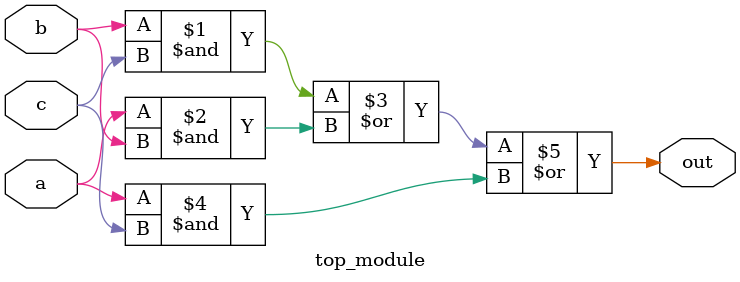
<source format=sv>
module top_module(
    input a, 
    input b,
    input c,
    output out
);

assign out = (b & c) | (a & b) | (a & c);

endmodule

</source>
